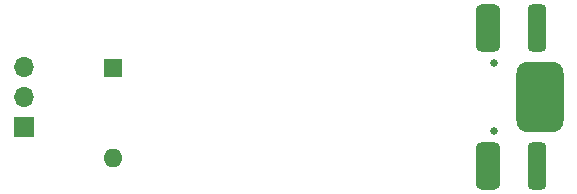
<source format=gbr>
%TF.GenerationSoftware,KiCad,Pcbnew,6.0.11+dfsg-1~bpo11+1*%
%TF.CreationDate,2024-03-27T15:19:12-04:00*%
%TF.ProjectId,Tool - ATTiny Module Flasher,546f6f6c-202d-4204-9154-54696e79204d,1.0.0*%
%TF.SameCoordinates,Original*%
%TF.FileFunction,Soldermask,Bot*%
%TF.FilePolarity,Negative*%
%FSLAX46Y46*%
G04 Gerber Fmt 4.6, Leading zero omitted, Abs format (unit mm)*
G04 Created by KiCad (PCBNEW 6.0.11+dfsg-1~bpo11+1) date 2024-03-27 15:19:12*
%MOMM*%
%LPD*%
G01*
G04 APERTURE LIST*
G04 Aperture macros list*
%AMRoundRect*
0 Rectangle with rounded corners*
0 $1 Rounding radius*
0 $2 $3 $4 $5 $6 $7 $8 $9 X,Y pos of 4 corners*
0 Add a 4 corners polygon primitive as box body*
4,1,4,$2,$3,$4,$5,$6,$7,$8,$9,$2,$3,0*
0 Add four circle primitives for the rounded corners*
1,1,$1+$1,$2,$3*
1,1,$1+$1,$4,$5*
1,1,$1+$1,$6,$7*
1,1,$1+$1,$8,$9*
0 Add four rect primitives between the rounded corners*
20,1,$1+$1,$2,$3,$4,$5,0*
20,1,$1+$1,$4,$5,$6,$7,0*
20,1,$1+$1,$6,$7,$8,$9,0*
20,1,$1+$1,$8,$9,$2,$3,0*%
G04 Aperture macros list end*
%ADD10C,0.650000*%
%ADD11RoundRect,0.525000X0.525000X-1.475000X0.525000X1.475000X-0.525000X1.475000X-0.525000X-1.475000X0*%
%ADD12O,2.100000X1.000000*%
%ADD13O,1.600000X1.000000*%
%ADD14RoundRect,1.000000X-1.000000X2.000000X-1.000000X-2.000000X1.000000X-2.000000X1.000000X2.000000X0*%
%ADD15RoundRect,0.400000X0.400000X-1.600000X0.400000X1.600000X-0.400000X1.600000X-0.400000X-1.600000X0*%
%ADD16R,1.700000X1.700000*%
%ADD17O,1.700000X1.700000*%
%ADD18R,1.600000X1.600000*%
%ADD19O,1.600000X1.600000*%
G04 APERTURE END LIST*
D10*
%TO.C,J102*%
X143800000Y-97110000D03*
X143800000Y-102890000D03*
D11*
X143281795Y-105846965D03*
D12*
X143270000Y-104320000D03*
D11*
X143281795Y-94153035D03*
D13*
X147450000Y-95680000D03*
D14*
X147670000Y-100000000D03*
D13*
X147450000Y-104320000D03*
D15*
X147450000Y-94153035D03*
X147450000Y-105846965D03*
D12*
X143270000Y-95680000D03*
%TD*%
D16*
%TO.C,J902*%
X103986000Y-102540000D03*
D17*
X103986000Y-100000000D03*
X103986000Y-97460000D03*
%TD*%
D18*
%TO.C,SW202*%
X111506000Y-97536000D03*
D19*
X111506000Y-105156000D03*
%TD*%
M02*

</source>
